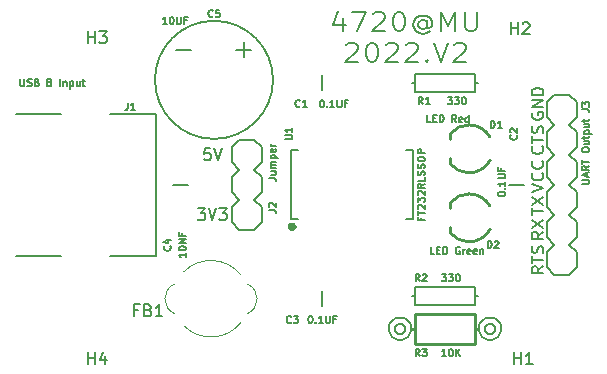
<source format=gbr>
%TF.GenerationSoftware,KiCad,Pcbnew,(6.0.7)*%
%TF.CreationDate,2022-09-29T14:27:19-05:00*%
%TF.ProjectId,usb2uart,75736232-7561-4727-942e-6b696361645f,2.0*%
%TF.SameCoordinates,Original*%
%TF.FileFunction,Legend,Top*%
%TF.FilePolarity,Positive*%
%FSLAX46Y46*%
G04 Gerber Fmt 4.6, Leading zero omitted, Abs format (unit mm)*
G04 Created by KiCad (PCBNEW (6.0.7)) date 2022-09-29 14:27:19*
%MOMM*%
%LPD*%
G01*
G04 APERTURE LIST*
%ADD10C,0.150000*%
%ADD11C,0.127000*%
%ADD12C,0.203200*%
%ADD13C,0.254000*%
%ADD14C,0.120000*%
%ADD15C,0.152400*%
%ADD16C,0.358140*%
G04 APERTURE END LIST*
D10*
X145804000Y-131063904D02*
X145756380Y-131159142D01*
X145756380Y-131302000D01*
X145804000Y-131444857D01*
X145899238Y-131540095D01*
X145994476Y-131587714D01*
X146184952Y-131635333D01*
X146327809Y-131635333D01*
X146518285Y-131587714D01*
X146613523Y-131540095D01*
X146708761Y-131444857D01*
X146756380Y-131302000D01*
X146756380Y-131206761D01*
X146708761Y-131063904D01*
X146661142Y-131016285D01*
X146327809Y-131016285D01*
X146327809Y-131206761D01*
X146756380Y-130587714D02*
X145756380Y-130587714D01*
X146756380Y-130016285D01*
X145756380Y-130016285D01*
X146756380Y-129540095D02*
X145756380Y-129540095D01*
X145756380Y-129302000D01*
X145804000Y-129159142D01*
X145899238Y-129063904D01*
X145994476Y-129016285D01*
X146184952Y-128968666D01*
X146327809Y-128968666D01*
X146518285Y-129016285D01*
X146613523Y-129063904D01*
X146708761Y-129159142D01*
X146756380Y-129302000D01*
X146756380Y-129540095D01*
X146756380Y-144057619D02*
X146280190Y-144390952D01*
X146756380Y-144629047D02*
X145756380Y-144629047D01*
X145756380Y-144248095D01*
X145804000Y-144152857D01*
X145851619Y-144105238D01*
X145946857Y-144057619D01*
X146089714Y-144057619D01*
X146184952Y-144105238D01*
X146232571Y-144152857D01*
X146280190Y-144248095D01*
X146280190Y-144629047D01*
X145756380Y-143771904D02*
X145756380Y-143200476D01*
X146756380Y-143486190D02*
X145756380Y-143486190D01*
X146708761Y-142914761D02*
X146756380Y-142771904D01*
X146756380Y-142533809D01*
X146708761Y-142438571D01*
X146661142Y-142390952D01*
X146565904Y-142343333D01*
X146470666Y-142343333D01*
X146375428Y-142390952D01*
X146327809Y-142438571D01*
X146280190Y-142533809D01*
X146232571Y-142724285D01*
X146184952Y-142819523D01*
X146137333Y-142867142D01*
X146042095Y-142914761D01*
X145946857Y-142914761D01*
X145851619Y-142867142D01*
X145804000Y-142819523D01*
X145756380Y-142724285D01*
X145756380Y-142486190D01*
X145804000Y-142343333D01*
X146661142Y-133897619D02*
X146708761Y-133945238D01*
X146756380Y-134088095D01*
X146756380Y-134183333D01*
X146708761Y-134326190D01*
X146613523Y-134421428D01*
X146518285Y-134469047D01*
X146327809Y-134516666D01*
X146184952Y-134516666D01*
X145994476Y-134469047D01*
X145899238Y-134421428D01*
X145804000Y-134326190D01*
X145756380Y-134183333D01*
X145756380Y-134088095D01*
X145804000Y-133945238D01*
X145851619Y-133897619D01*
X145756380Y-133611904D02*
X145756380Y-133040476D01*
X146756380Y-133326190D02*
X145756380Y-133326190D01*
X146708761Y-132754761D02*
X146756380Y-132611904D01*
X146756380Y-132373809D01*
X146708761Y-132278571D01*
X146661142Y-132230952D01*
X146565904Y-132183333D01*
X146470666Y-132183333D01*
X146375428Y-132230952D01*
X146327809Y-132278571D01*
X146280190Y-132373809D01*
X146232571Y-132564285D01*
X146184952Y-132659523D01*
X146137333Y-132707142D01*
X146042095Y-132754761D01*
X145946857Y-132754761D01*
X145851619Y-132707142D01*
X145804000Y-132659523D01*
X145756380Y-132564285D01*
X145756380Y-132326190D01*
X145804000Y-132183333D01*
X129836333Y-123057049D02*
X129836333Y-124140782D01*
X129413000Y-122437772D02*
X128989666Y-123598915D01*
X130090333Y-123598915D01*
X130598333Y-122515182D02*
X131783666Y-122515182D01*
X131021666Y-124140782D01*
X132376333Y-122670001D02*
X132461000Y-122592592D01*
X132630333Y-122515182D01*
X133053666Y-122515182D01*
X133223000Y-122592592D01*
X133307666Y-122670001D01*
X133392333Y-122824820D01*
X133392333Y-122979639D01*
X133307666Y-123211868D01*
X132291666Y-124140782D01*
X133392333Y-124140782D01*
X134493000Y-122515182D02*
X134662333Y-122515182D01*
X134831666Y-122592592D01*
X134916333Y-122670001D01*
X135001000Y-122824820D01*
X135085666Y-123134458D01*
X135085666Y-123521506D01*
X135001000Y-123831144D01*
X134916333Y-123985963D01*
X134831666Y-124063372D01*
X134662333Y-124140782D01*
X134493000Y-124140782D01*
X134323666Y-124063372D01*
X134239000Y-123985963D01*
X134154333Y-123831144D01*
X134069666Y-123521506D01*
X134069666Y-123134458D01*
X134154333Y-122824820D01*
X134239000Y-122670001D01*
X134323666Y-122592592D01*
X134493000Y-122515182D01*
X136948333Y-123366687D02*
X136863666Y-123289277D01*
X136694333Y-123211868D01*
X136525000Y-123211868D01*
X136355666Y-123289277D01*
X136271000Y-123366687D01*
X136186333Y-123521506D01*
X136186333Y-123676325D01*
X136271000Y-123831144D01*
X136355666Y-123908553D01*
X136525000Y-123985963D01*
X136694333Y-123985963D01*
X136863666Y-123908553D01*
X136948333Y-123831144D01*
X136948333Y-123211868D02*
X136948333Y-123831144D01*
X137033000Y-123908553D01*
X137117666Y-123908553D01*
X137287000Y-123831144D01*
X137371666Y-123676325D01*
X137371666Y-123289277D01*
X137202333Y-123057049D01*
X136948333Y-122902230D01*
X136609666Y-122824820D01*
X136271000Y-122902230D01*
X136017000Y-123057049D01*
X135847666Y-123289277D01*
X135763000Y-123598915D01*
X135847666Y-123908553D01*
X136017000Y-124140782D01*
X136271000Y-124295601D01*
X136609666Y-124373011D01*
X136948333Y-124295601D01*
X137202333Y-124140782D01*
X138133666Y-124140782D02*
X138133666Y-122515182D01*
X138726333Y-123676325D01*
X139319000Y-122515182D01*
X139319000Y-124140782D01*
X140165666Y-122515182D02*
X140165666Y-123831144D01*
X140250333Y-123985963D01*
X140335000Y-124063372D01*
X140504333Y-124140782D01*
X140843000Y-124140782D01*
X141012333Y-124063372D01*
X141097000Y-123985963D01*
X141181666Y-123831144D01*
X141181666Y-122515182D01*
X130048000Y-125287217D02*
X130132666Y-125209808D01*
X130302000Y-125132398D01*
X130725333Y-125132398D01*
X130894666Y-125209808D01*
X130979333Y-125287217D01*
X131064000Y-125442036D01*
X131064000Y-125596855D01*
X130979333Y-125829084D01*
X129963333Y-126757998D01*
X131064000Y-126757998D01*
X132164666Y-125132398D02*
X132334000Y-125132398D01*
X132503333Y-125209808D01*
X132588000Y-125287217D01*
X132672666Y-125442036D01*
X132757333Y-125751674D01*
X132757333Y-126138722D01*
X132672666Y-126448360D01*
X132588000Y-126603179D01*
X132503333Y-126680588D01*
X132334000Y-126757998D01*
X132164666Y-126757998D01*
X131995333Y-126680588D01*
X131910666Y-126603179D01*
X131826000Y-126448360D01*
X131741333Y-126138722D01*
X131741333Y-125751674D01*
X131826000Y-125442036D01*
X131910666Y-125287217D01*
X131995333Y-125209808D01*
X132164666Y-125132398D01*
X133434666Y-125287217D02*
X133519333Y-125209808D01*
X133688666Y-125132398D01*
X134112000Y-125132398D01*
X134281333Y-125209808D01*
X134366000Y-125287217D01*
X134450666Y-125442036D01*
X134450666Y-125596855D01*
X134366000Y-125829084D01*
X133350000Y-126757998D01*
X134450666Y-126757998D01*
X135128000Y-125287217D02*
X135212666Y-125209808D01*
X135382000Y-125132398D01*
X135805333Y-125132398D01*
X135974666Y-125209808D01*
X136059333Y-125287217D01*
X136144000Y-125442036D01*
X136144000Y-125596855D01*
X136059333Y-125829084D01*
X135043333Y-126757998D01*
X136144000Y-126757998D01*
X136906000Y-126603179D02*
X136990666Y-126680588D01*
X136906000Y-126757998D01*
X136821333Y-126680588D01*
X136906000Y-126603179D01*
X136906000Y-126757998D01*
X137498666Y-125132398D02*
X138091333Y-126757998D01*
X138684000Y-125132398D01*
X139192000Y-125287217D02*
X139276666Y-125209808D01*
X139446000Y-125132398D01*
X139869333Y-125132398D01*
X140038666Y-125209808D01*
X140123333Y-125287217D01*
X140208000Y-125442036D01*
X140208000Y-125596855D01*
X140123333Y-125829084D01*
X139107333Y-126757998D01*
X140208000Y-126757998D01*
X118554523Y-134072380D02*
X118078333Y-134072380D01*
X118030714Y-134548571D01*
X118078333Y-134500952D01*
X118173571Y-134453333D01*
X118411666Y-134453333D01*
X118506904Y-134500952D01*
X118554523Y-134548571D01*
X118602142Y-134643809D01*
X118602142Y-134881904D01*
X118554523Y-134977142D01*
X118506904Y-135024761D01*
X118411666Y-135072380D01*
X118173571Y-135072380D01*
X118078333Y-135024761D01*
X118030714Y-134977142D01*
X118887857Y-134072380D02*
X119221190Y-135072380D01*
X119554523Y-134072380D01*
X145756380Y-139699904D02*
X145756380Y-139128476D01*
X146756380Y-139414190D02*
X145756380Y-139414190D01*
X145756380Y-138890380D02*
X146756380Y-138223714D01*
X145756380Y-138223714D02*
X146756380Y-138890380D01*
X146756380Y-141136666D02*
X146280190Y-141470000D01*
X146756380Y-141708095D02*
X145756380Y-141708095D01*
X145756380Y-141327142D01*
X145804000Y-141231904D01*
X145851619Y-141184285D01*
X145946857Y-141136666D01*
X146089714Y-141136666D01*
X146184952Y-141184285D01*
X146232571Y-141231904D01*
X146280190Y-141327142D01*
X146280190Y-141708095D01*
X145756380Y-140803333D02*
X146756380Y-140136666D01*
X145756380Y-140136666D02*
X146756380Y-140803333D01*
X117506904Y-139152380D02*
X118125952Y-139152380D01*
X117792619Y-139533333D01*
X117935476Y-139533333D01*
X118030714Y-139580952D01*
X118078333Y-139628571D01*
X118125952Y-139723809D01*
X118125952Y-139961904D01*
X118078333Y-140057142D01*
X118030714Y-140104761D01*
X117935476Y-140152380D01*
X117649761Y-140152380D01*
X117554523Y-140104761D01*
X117506904Y-140057142D01*
X118411666Y-139152380D02*
X118745000Y-140152380D01*
X119078333Y-139152380D01*
X119316428Y-139152380D02*
X119935476Y-139152380D01*
X119602142Y-139533333D01*
X119745000Y-139533333D01*
X119840238Y-139580952D01*
X119887857Y-139628571D01*
X119935476Y-139723809D01*
X119935476Y-139961904D01*
X119887857Y-140057142D01*
X119840238Y-140104761D01*
X119745000Y-140152380D01*
X119459285Y-140152380D01*
X119364047Y-140104761D01*
X119316428Y-140057142D01*
X145756380Y-137731333D02*
X146756380Y-137398000D01*
X145756380Y-137064666D01*
X146661142Y-136159904D02*
X146708761Y-136207523D01*
X146756380Y-136350380D01*
X146756380Y-136445619D01*
X146708761Y-136588476D01*
X146613523Y-136683714D01*
X146518285Y-136731333D01*
X146327809Y-136778952D01*
X146184952Y-136778952D01*
X145994476Y-136731333D01*
X145899238Y-136683714D01*
X145804000Y-136588476D01*
X145756380Y-136445619D01*
X145756380Y-136350380D01*
X145804000Y-136207523D01*
X145851619Y-136159904D01*
X146661142Y-135159904D02*
X146708761Y-135207523D01*
X146756380Y-135350380D01*
X146756380Y-135445619D01*
X146708761Y-135588476D01*
X146613523Y-135683714D01*
X146518285Y-135731333D01*
X146327809Y-135778952D01*
X146184952Y-135778952D01*
X145994476Y-135731333D01*
X145899238Y-135683714D01*
X145804000Y-135588476D01*
X145756380Y-135445619D01*
X145756380Y-135350380D01*
X145804000Y-135207523D01*
X145851619Y-135159904D01*
D11*
%TO.C,C3*%
X125415040Y-148807714D02*
X125386011Y-148836742D01*
X125298925Y-148865771D01*
X125240868Y-148865771D01*
X125153782Y-148836742D01*
X125095725Y-148778685D01*
X125066697Y-148720628D01*
X125037668Y-148604514D01*
X125037668Y-148517428D01*
X125066697Y-148401314D01*
X125095725Y-148343257D01*
X125153782Y-148285200D01*
X125240868Y-148256171D01*
X125298925Y-148256171D01*
X125386011Y-148285200D01*
X125415040Y-148314228D01*
X125618240Y-148256171D02*
X125995611Y-148256171D01*
X125792411Y-148488400D01*
X125879497Y-148488400D01*
X125937554Y-148517428D01*
X125966582Y-148546457D01*
X125995611Y-148604514D01*
X125995611Y-148749657D01*
X125966582Y-148807714D01*
X125937554Y-148836742D01*
X125879497Y-148865771D01*
X125705325Y-148865771D01*
X125647268Y-148836742D01*
X125618240Y-148807714D01*
X127011611Y-148256171D02*
X127069668Y-148256171D01*
X127127725Y-148285200D01*
X127156754Y-148314228D01*
X127185782Y-148372285D01*
X127214811Y-148488400D01*
X127214811Y-148633542D01*
X127185782Y-148749657D01*
X127156754Y-148807714D01*
X127127725Y-148836742D01*
X127069668Y-148865771D01*
X127011611Y-148865771D01*
X126953554Y-148836742D01*
X126924525Y-148807714D01*
X126895497Y-148749657D01*
X126866468Y-148633542D01*
X126866468Y-148488400D01*
X126895497Y-148372285D01*
X126924525Y-148314228D01*
X126953554Y-148285200D01*
X127011611Y-148256171D01*
X127476068Y-148807714D02*
X127505097Y-148836742D01*
X127476068Y-148865771D01*
X127447040Y-148836742D01*
X127476068Y-148807714D01*
X127476068Y-148865771D01*
X128085668Y-148865771D02*
X127737325Y-148865771D01*
X127911497Y-148865771D02*
X127911497Y-148256171D01*
X127853440Y-148343257D01*
X127795382Y-148401314D01*
X127737325Y-148430342D01*
X128346925Y-148256171D02*
X128346925Y-148749657D01*
X128375954Y-148807714D01*
X128404982Y-148836742D01*
X128463040Y-148865771D01*
X128579154Y-148865771D01*
X128637211Y-148836742D01*
X128666240Y-148807714D01*
X128695268Y-148749657D01*
X128695268Y-148256171D01*
X129188754Y-148546457D02*
X128985554Y-148546457D01*
X128985554Y-148865771D02*
X128985554Y-148256171D01*
X129275840Y-148256171D01*
D10*
%TO.C,H1*%
X144272095Y-152344380D02*
X144272095Y-151344380D01*
X144272095Y-151820571D02*
X144843523Y-151820571D01*
X144843523Y-152344380D02*
X144843523Y-151344380D01*
X145843523Y-152344380D02*
X145272095Y-152344380D01*
X145557809Y-152344380D02*
X145557809Y-151344380D01*
X145462571Y-151487238D01*
X145367333Y-151582476D01*
X145272095Y-151630095D01*
D11*
%TO.C,C4*%
X115152714Y-142341600D02*
X115181742Y-142370628D01*
X115210771Y-142457714D01*
X115210771Y-142515771D01*
X115181742Y-142602857D01*
X115123685Y-142660914D01*
X115065628Y-142689942D01*
X114949514Y-142718971D01*
X114862428Y-142718971D01*
X114746314Y-142689942D01*
X114688257Y-142660914D01*
X114630200Y-142602857D01*
X114601171Y-142515771D01*
X114601171Y-142457714D01*
X114630200Y-142370628D01*
X114659228Y-142341600D01*
X114804371Y-141819085D02*
X115210771Y-141819085D01*
X114572142Y-141964228D02*
X115007571Y-142109371D01*
X115007571Y-141732000D01*
X116480771Y-142936685D02*
X116480771Y-143285028D01*
X116480771Y-143110857D02*
X115871171Y-143110857D01*
X115958257Y-143168914D01*
X116016314Y-143226971D01*
X116045342Y-143285028D01*
X115871171Y-142559314D02*
X115871171Y-142501257D01*
X115900200Y-142443200D01*
X115929228Y-142414171D01*
X115987285Y-142385142D01*
X116103400Y-142356114D01*
X116248542Y-142356114D01*
X116364657Y-142385142D01*
X116422714Y-142414171D01*
X116451742Y-142443200D01*
X116480771Y-142501257D01*
X116480771Y-142559314D01*
X116451742Y-142617371D01*
X116422714Y-142646400D01*
X116364657Y-142675428D01*
X116248542Y-142704457D01*
X116103400Y-142704457D01*
X115987285Y-142675428D01*
X115929228Y-142646400D01*
X115900200Y-142617371D01*
X115871171Y-142559314D01*
X116480771Y-142094857D02*
X115871171Y-142094857D01*
X116480771Y-141746514D01*
X115871171Y-141746514D01*
X116161457Y-141253028D02*
X116161457Y-141456228D01*
X116480771Y-141456228D02*
X115871171Y-141456228D01*
X115871171Y-141165942D01*
%TO.C,C1*%
X126136400Y-130519714D02*
X126107371Y-130548742D01*
X126020285Y-130577771D01*
X125962228Y-130577771D01*
X125875142Y-130548742D01*
X125817085Y-130490685D01*
X125788057Y-130432628D01*
X125759028Y-130316514D01*
X125759028Y-130229428D01*
X125788057Y-130113314D01*
X125817085Y-130055257D01*
X125875142Y-129997200D01*
X125962228Y-129968171D01*
X126020285Y-129968171D01*
X126107371Y-129997200D01*
X126136400Y-130026228D01*
X126716971Y-130577771D02*
X126368628Y-130577771D01*
X126542800Y-130577771D02*
X126542800Y-129968171D01*
X126484742Y-130055257D01*
X126426685Y-130113314D01*
X126368628Y-130142342D01*
X127986971Y-129968171D02*
X128045028Y-129968171D01*
X128103085Y-129997200D01*
X128132114Y-130026228D01*
X128161142Y-130084285D01*
X128190171Y-130200400D01*
X128190171Y-130345542D01*
X128161142Y-130461657D01*
X128132114Y-130519714D01*
X128103085Y-130548742D01*
X128045028Y-130577771D01*
X127986971Y-130577771D01*
X127928914Y-130548742D01*
X127899885Y-130519714D01*
X127870857Y-130461657D01*
X127841828Y-130345542D01*
X127841828Y-130200400D01*
X127870857Y-130084285D01*
X127899885Y-130026228D01*
X127928914Y-129997200D01*
X127986971Y-129968171D01*
X128451428Y-130519714D02*
X128480457Y-130548742D01*
X128451428Y-130577771D01*
X128422400Y-130548742D01*
X128451428Y-130519714D01*
X128451428Y-130577771D01*
X129061028Y-130577771D02*
X128712685Y-130577771D01*
X128886857Y-130577771D02*
X128886857Y-129968171D01*
X128828800Y-130055257D01*
X128770742Y-130113314D01*
X128712685Y-130142342D01*
X129322285Y-129968171D02*
X129322285Y-130461657D01*
X129351314Y-130519714D01*
X129380342Y-130548742D01*
X129438400Y-130577771D01*
X129554514Y-130577771D01*
X129612571Y-130548742D01*
X129641600Y-130519714D01*
X129670628Y-130461657D01*
X129670628Y-129968171D01*
X130164114Y-130258457D02*
X129960914Y-130258457D01*
X129960914Y-130577771D02*
X129960914Y-129968171D01*
X130251200Y-129968171D01*
D10*
%TO.C,H4*%
X108204095Y-152344380D02*
X108204095Y-151344380D01*
X108204095Y-151820571D02*
X108775523Y-151820571D01*
X108775523Y-152344380D02*
X108775523Y-151344380D01*
X109680285Y-151677714D02*
X109680285Y-152344380D01*
X109442190Y-151296761D02*
X109204095Y-152011047D01*
X109823142Y-152011047D01*
D11*
%TO.C,J1*%
X111556800Y-130222171D02*
X111556800Y-130657600D01*
X111527771Y-130744685D01*
X111469714Y-130802742D01*
X111382628Y-130831771D01*
X111324571Y-130831771D01*
X112166400Y-130831771D02*
X111818057Y-130831771D01*
X111992228Y-130831771D02*
X111992228Y-130222171D01*
X111934171Y-130309257D01*
X111876114Y-130367314D01*
X111818057Y-130396342D01*
X102470857Y-128190171D02*
X102470857Y-128683657D01*
X102499885Y-128741714D01*
X102528914Y-128770742D01*
X102586971Y-128799771D01*
X102703085Y-128799771D01*
X102761142Y-128770742D01*
X102790171Y-128741714D01*
X102819200Y-128683657D01*
X102819200Y-128190171D01*
X103080457Y-128770742D02*
X103167542Y-128799771D01*
X103312685Y-128799771D01*
X103370742Y-128770742D01*
X103399771Y-128741714D01*
X103428800Y-128683657D01*
X103428800Y-128625600D01*
X103399771Y-128567542D01*
X103370742Y-128538514D01*
X103312685Y-128509485D01*
X103196571Y-128480457D01*
X103138514Y-128451428D01*
X103109485Y-128422400D01*
X103080457Y-128364342D01*
X103080457Y-128306285D01*
X103109485Y-128248228D01*
X103138514Y-128219200D01*
X103196571Y-128190171D01*
X103341714Y-128190171D01*
X103428800Y-128219200D01*
X103893257Y-128480457D02*
X103980342Y-128509485D01*
X104009371Y-128538514D01*
X104038400Y-128596571D01*
X104038400Y-128683657D01*
X104009371Y-128741714D01*
X103980342Y-128770742D01*
X103922285Y-128799771D01*
X103690057Y-128799771D01*
X103690057Y-128190171D01*
X103893257Y-128190171D01*
X103951314Y-128219200D01*
X103980342Y-128248228D01*
X104009371Y-128306285D01*
X104009371Y-128364342D01*
X103980342Y-128422400D01*
X103951314Y-128451428D01*
X103893257Y-128480457D01*
X103690057Y-128480457D01*
X104967314Y-128480457D02*
X105054400Y-128509485D01*
X105083428Y-128538514D01*
X105112457Y-128596571D01*
X105112457Y-128683657D01*
X105083428Y-128741714D01*
X105054400Y-128770742D01*
X104996342Y-128799771D01*
X104764114Y-128799771D01*
X104764114Y-128190171D01*
X104967314Y-128190171D01*
X105025371Y-128219200D01*
X105054400Y-128248228D01*
X105083428Y-128306285D01*
X105083428Y-128364342D01*
X105054400Y-128422400D01*
X105025371Y-128451428D01*
X104967314Y-128480457D01*
X104764114Y-128480457D01*
X105838171Y-128799771D02*
X105838171Y-128190171D01*
X106128457Y-128393371D02*
X106128457Y-128799771D01*
X106128457Y-128451428D02*
X106157485Y-128422400D01*
X106215542Y-128393371D01*
X106302628Y-128393371D01*
X106360685Y-128422400D01*
X106389714Y-128480457D01*
X106389714Y-128799771D01*
X106680000Y-128393371D02*
X106680000Y-129002971D01*
X106680000Y-128422400D02*
X106738057Y-128393371D01*
X106854171Y-128393371D01*
X106912228Y-128422400D01*
X106941257Y-128451428D01*
X106970285Y-128509485D01*
X106970285Y-128683657D01*
X106941257Y-128741714D01*
X106912228Y-128770742D01*
X106854171Y-128799771D01*
X106738057Y-128799771D01*
X106680000Y-128770742D01*
X107492800Y-128393371D02*
X107492800Y-128799771D01*
X107231542Y-128393371D02*
X107231542Y-128712685D01*
X107260571Y-128770742D01*
X107318628Y-128799771D01*
X107405714Y-128799771D01*
X107463771Y-128770742D01*
X107492800Y-128741714D01*
X107696000Y-128393371D02*
X107928228Y-128393371D01*
X107783085Y-128190171D02*
X107783085Y-128712685D01*
X107812114Y-128770742D01*
X107870171Y-128799771D01*
X107928228Y-128799771D01*
%TO.C,J3*%
X150034171Y-130759200D02*
X150469600Y-130759200D01*
X150556685Y-130788228D01*
X150614742Y-130846285D01*
X150643771Y-130933371D01*
X150643771Y-130991428D01*
X150034171Y-130526971D02*
X150034171Y-130149600D01*
X150266400Y-130352800D01*
X150266400Y-130265714D01*
X150295428Y-130207657D01*
X150324457Y-130178628D01*
X150382514Y-130149600D01*
X150527657Y-130149600D01*
X150585714Y-130178628D01*
X150614742Y-130207657D01*
X150643771Y-130265714D01*
X150643771Y-130439885D01*
X150614742Y-130497942D01*
X150585714Y-130526971D01*
X150034171Y-137065657D02*
X150527657Y-137065657D01*
X150585714Y-137036628D01*
X150614742Y-137007600D01*
X150643771Y-136949542D01*
X150643771Y-136833428D01*
X150614742Y-136775371D01*
X150585714Y-136746342D01*
X150527657Y-136717314D01*
X150034171Y-136717314D01*
X150469600Y-136456057D02*
X150469600Y-136165771D01*
X150643771Y-136514114D02*
X150034171Y-136310914D01*
X150643771Y-136107714D01*
X150643771Y-135556171D02*
X150353485Y-135759371D01*
X150643771Y-135904514D02*
X150034171Y-135904514D01*
X150034171Y-135672285D01*
X150063200Y-135614228D01*
X150092228Y-135585200D01*
X150150285Y-135556171D01*
X150237371Y-135556171D01*
X150295428Y-135585200D01*
X150324457Y-135614228D01*
X150353485Y-135672285D01*
X150353485Y-135904514D01*
X150034171Y-135382000D02*
X150034171Y-135033657D01*
X150643771Y-135207828D02*
X150034171Y-135207828D01*
X150034171Y-134249885D02*
X150034171Y-134133771D01*
X150063200Y-134075714D01*
X150121257Y-134017657D01*
X150237371Y-133988628D01*
X150440571Y-133988628D01*
X150556685Y-134017657D01*
X150614742Y-134075714D01*
X150643771Y-134133771D01*
X150643771Y-134249885D01*
X150614742Y-134307942D01*
X150556685Y-134366000D01*
X150440571Y-134395028D01*
X150237371Y-134395028D01*
X150121257Y-134366000D01*
X150063200Y-134307942D01*
X150034171Y-134249885D01*
X150237371Y-133466114D02*
X150643771Y-133466114D01*
X150237371Y-133727371D02*
X150556685Y-133727371D01*
X150614742Y-133698342D01*
X150643771Y-133640285D01*
X150643771Y-133553200D01*
X150614742Y-133495142D01*
X150585714Y-133466114D01*
X150237371Y-133262914D02*
X150237371Y-133030685D01*
X150034171Y-133175828D02*
X150556685Y-133175828D01*
X150614742Y-133146800D01*
X150643771Y-133088742D01*
X150643771Y-133030685D01*
X150237371Y-132827485D02*
X150846971Y-132827485D01*
X150266400Y-132827485D02*
X150237371Y-132769428D01*
X150237371Y-132653314D01*
X150266400Y-132595257D01*
X150295428Y-132566228D01*
X150353485Y-132537200D01*
X150527657Y-132537200D01*
X150585714Y-132566228D01*
X150614742Y-132595257D01*
X150643771Y-132653314D01*
X150643771Y-132769428D01*
X150614742Y-132827485D01*
X150237371Y-132014685D02*
X150643771Y-132014685D01*
X150237371Y-132275942D02*
X150556685Y-132275942D01*
X150614742Y-132246914D01*
X150643771Y-132188857D01*
X150643771Y-132101771D01*
X150614742Y-132043714D01*
X150585714Y-132014685D01*
X150237371Y-131811485D02*
X150237371Y-131579257D01*
X150034171Y-131724400D02*
X150556685Y-131724400D01*
X150614742Y-131695371D01*
X150643771Y-131637314D01*
X150643771Y-131579257D01*
%TO.C,R1*%
X136550400Y-130323771D02*
X136347200Y-130033485D01*
X136202057Y-130323771D02*
X136202057Y-129714171D01*
X136434285Y-129714171D01*
X136492342Y-129743200D01*
X136521371Y-129772228D01*
X136550400Y-129830285D01*
X136550400Y-129917371D01*
X136521371Y-129975428D01*
X136492342Y-130004457D01*
X136434285Y-130033485D01*
X136202057Y-130033485D01*
X137130971Y-130323771D02*
X136782628Y-130323771D01*
X136956800Y-130323771D02*
X136956800Y-129714171D01*
X136898742Y-129801257D01*
X136840685Y-129859314D01*
X136782628Y-129888342D01*
X138662228Y-129714171D02*
X139039600Y-129714171D01*
X138836400Y-129946400D01*
X138923485Y-129946400D01*
X138981542Y-129975428D01*
X139010571Y-130004457D01*
X139039600Y-130062514D01*
X139039600Y-130207657D01*
X139010571Y-130265714D01*
X138981542Y-130294742D01*
X138923485Y-130323771D01*
X138749314Y-130323771D01*
X138691257Y-130294742D01*
X138662228Y-130265714D01*
X139242800Y-129714171D02*
X139620171Y-129714171D01*
X139416971Y-129946400D01*
X139504057Y-129946400D01*
X139562114Y-129975428D01*
X139591142Y-130004457D01*
X139620171Y-130062514D01*
X139620171Y-130207657D01*
X139591142Y-130265714D01*
X139562114Y-130294742D01*
X139504057Y-130323771D01*
X139329885Y-130323771D01*
X139271828Y-130294742D01*
X139242800Y-130265714D01*
X139997542Y-129714171D02*
X140055600Y-129714171D01*
X140113657Y-129743200D01*
X140142685Y-129772228D01*
X140171714Y-129830285D01*
X140200742Y-129946400D01*
X140200742Y-130091542D01*
X140171714Y-130207657D01*
X140142685Y-130265714D01*
X140113657Y-130294742D01*
X140055600Y-130323771D01*
X139997542Y-130323771D01*
X139939485Y-130294742D01*
X139910457Y-130265714D01*
X139881428Y-130207657D01*
X139852400Y-130091542D01*
X139852400Y-129946400D01*
X139881428Y-129830285D01*
X139910457Y-129772228D01*
X139939485Y-129743200D01*
X139997542Y-129714171D01*
%TO.C,R3*%
X136296400Y-151659771D02*
X136093200Y-151369485D01*
X135948057Y-151659771D02*
X135948057Y-151050171D01*
X136180285Y-151050171D01*
X136238342Y-151079200D01*
X136267371Y-151108228D01*
X136296400Y-151166285D01*
X136296400Y-151253371D01*
X136267371Y-151311428D01*
X136238342Y-151340457D01*
X136180285Y-151369485D01*
X135948057Y-151369485D01*
X136499600Y-151050171D02*
X136876971Y-151050171D01*
X136673771Y-151282400D01*
X136760857Y-151282400D01*
X136818914Y-151311428D01*
X136847942Y-151340457D01*
X136876971Y-151398514D01*
X136876971Y-151543657D01*
X136847942Y-151601714D01*
X136818914Y-151630742D01*
X136760857Y-151659771D01*
X136586685Y-151659771D01*
X136528628Y-151630742D01*
X136499600Y-151601714D01*
X138517085Y-151659771D02*
X138168742Y-151659771D01*
X138342914Y-151659771D02*
X138342914Y-151050171D01*
X138284857Y-151137257D01*
X138226800Y-151195314D01*
X138168742Y-151224342D01*
X138894457Y-151050171D02*
X138952514Y-151050171D01*
X139010571Y-151079200D01*
X139039600Y-151108228D01*
X139068628Y-151166285D01*
X139097657Y-151282400D01*
X139097657Y-151427542D01*
X139068628Y-151543657D01*
X139039600Y-151601714D01*
X139010571Y-151630742D01*
X138952514Y-151659771D01*
X138894457Y-151659771D01*
X138836400Y-151630742D01*
X138807371Y-151601714D01*
X138778342Y-151543657D01*
X138749314Y-151427542D01*
X138749314Y-151282400D01*
X138778342Y-151166285D01*
X138807371Y-151108228D01*
X138836400Y-151079200D01*
X138894457Y-151050171D01*
X139358914Y-151659771D02*
X139358914Y-151050171D01*
X139707257Y-151659771D02*
X139446000Y-151311428D01*
X139707257Y-151050171D02*
X139358914Y-151398514D01*
D10*
%TO.C,FB1*%
X112450666Y-147756571D02*
X112117333Y-147756571D01*
X112117333Y-148280380D02*
X112117333Y-147280380D01*
X112593523Y-147280380D01*
X113307809Y-147756571D02*
X113450666Y-147804190D01*
X113498285Y-147851809D01*
X113545904Y-147947047D01*
X113545904Y-148089904D01*
X113498285Y-148185142D01*
X113450666Y-148232761D01*
X113355428Y-148280380D01*
X112974476Y-148280380D01*
X112974476Y-147280380D01*
X113307809Y-147280380D01*
X113403047Y-147328000D01*
X113450666Y-147375619D01*
X113498285Y-147470857D01*
X113498285Y-147566095D01*
X113450666Y-147661333D01*
X113403047Y-147708952D01*
X113307809Y-147756571D01*
X112974476Y-147756571D01*
X114498285Y-148280380D02*
X113926857Y-148280380D01*
X114212571Y-148280380D02*
X114212571Y-147280380D01*
X114117333Y-147423238D01*
X114022095Y-147518476D01*
X113926857Y-147566095D01*
%TO.C,H2*%
X144018095Y-124404380D02*
X144018095Y-123404380D01*
X144018095Y-123880571D02*
X144589523Y-123880571D01*
X144589523Y-124404380D02*
X144589523Y-123404380D01*
X145018095Y-123499619D02*
X145065714Y-123452000D01*
X145160952Y-123404380D01*
X145399047Y-123404380D01*
X145494285Y-123452000D01*
X145541904Y-123499619D01*
X145589523Y-123594857D01*
X145589523Y-123690095D01*
X145541904Y-123832952D01*
X144970476Y-124404380D01*
X145589523Y-124404380D01*
D11*
%TO.C,D2*%
X142044057Y-142515771D02*
X142044057Y-141906171D01*
X142189200Y-141906171D01*
X142276285Y-141935200D01*
X142334342Y-141993257D01*
X142363371Y-142051314D01*
X142392400Y-142167428D01*
X142392400Y-142254514D01*
X142363371Y-142370628D01*
X142334342Y-142428685D01*
X142276285Y-142486742D01*
X142189200Y-142515771D01*
X142044057Y-142515771D01*
X142624628Y-141964228D02*
X142653657Y-141935200D01*
X142711714Y-141906171D01*
X142856857Y-141906171D01*
X142914914Y-141935200D01*
X142943942Y-141964228D01*
X142972971Y-142022285D01*
X142972971Y-142080342D01*
X142943942Y-142167428D01*
X142595600Y-142515771D01*
X142972971Y-142515771D01*
X137530114Y-143023771D02*
X137239828Y-143023771D01*
X137239828Y-142414171D01*
X137733314Y-142704457D02*
X137936514Y-142704457D01*
X138023600Y-143023771D02*
X137733314Y-143023771D01*
X137733314Y-142414171D01*
X138023600Y-142414171D01*
X138284857Y-143023771D02*
X138284857Y-142414171D01*
X138430000Y-142414171D01*
X138517085Y-142443200D01*
X138575142Y-142501257D01*
X138604171Y-142559314D01*
X138633200Y-142675428D01*
X138633200Y-142762514D01*
X138604171Y-142878628D01*
X138575142Y-142936685D01*
X138517085Y-142994742D01*
X138430000Y-143023771D01*
X138284857Y-143023771D01*
X139678228Y-142443200D02*
X139620171Y-142414171D01*
X139533085Y-142414171D01*
X139446000Y-142443200D01*
X139387942Y-142501257D01*
X139358914Y-142559314D01*
X139329885Y-142675428D01*
X139329885Y-142762514D01*
X139358914Y-142878628D01*
X139387942Y-142936685D01*
X139446000Y-142994742D01*
X139533085Y-143023771D01*
X139591142Y-143023771D01*
X139678228Y-142994742D01*
X139707257Y-142965714D01*
X139707257Y-142762514D01*
X139591142Y-142762514D01*
X139968514Y-143023771D02*
X139968514Y-142617371D01*
X139968514Y-142733485D02*
X139997542Y-142675428D01*
X140026571Y-142646400D01*
X140084628Y-142617371D01*
X140142685Y-142617371D01*
X140578114Y-142994742D02*
X140520057Y-143023771D01*
X140403942Y-143023771D01*
X140345885Y-142994742D01*
X140316857Y-142936685D01*
X140316857Y-142704457D01*
X140345885Y-142646400D01*
X140403942Y-142617371D01*
X140520057Y-142617371D01*
X140578114Y-142646400D01*
X140607142Y-142704457D01*
X140607142Y-142762514D01*
X140316857Y-142820571D01*
X141100628Y-142994742D02*
X141042571Y-143023771D01*
X140926457Y-143023771D01*
X140868400Y-142994742D01*
X140839371Y-142936685D01*
X140839371Y-142704457D01*
X140868400Y-142646400D01*
X140926457Y-142617371D01*
X141042571Y-142617371D01*
X141100628Y-142646400D01*
X141129657Y-142704457D01*
X141129657Y-142762514D01*
X140839371Y-142820571D01*
X141390914Y-142617371D02*
X141390914Y-143023771D01*
X141390914Y-142675428D02*
X141419942Y-142646400D01*
X141478000Y-142617371D01*
X141565085Y-142617371D01*
X141623142Y-142646400D01*
X141652171Y-142704457D01*
X141652171Y-143023771D01*
%TO.C,U1*%
X124888171Y-133306457D02*
X125381657Y-133306457D01*
X125439714Y-133277428D01*
X125468742Y-133248400D01*
X125497771Y-133190342D01*
X125497771Y-133074228D01*
X125468742Y-133016171D01*
X125439714Y-132987142D01*
X125381657Y-132958114D01*
X124888171Y-132958114D01*
X125497771Y-132348514D02*
X125497771Y-132696857D01*
X125497771Y-132522685D02*
X124888171Y-132522685D01*
X124975257Y-132580742D01*
X125033314Y-132638800D01*
X125062342Y-132696857D01*
X136397637Y-139932228D02*
X136397637Y-140135428D01*
X136716951Y-140135428D02*
X136107351Y-140135428D01*
X136107351Y-139845142D01*
X136107351Y-139700000D02*
X136107351Y-139351657D01*
X136716951Y-139525828D02*
X136107351Y-139525828D01*
X136165408Y-139177485D02*
X136136380Y-139148457D01*
X136107351Y-139090400D01*
X136107351Y-138945257D01*
X136136380Y-138887200D01*
X136165408Y-138858171D01*
X136223465Y-138829142D01*
X136281522Y-138829142D01*
X136368608Y-138858171D01*
X136716951Y-139206514D01*
X136716951Y-138829142D01*
X136107351Y-138625942D02*
X136107351Y-138248571D01*
X136339580Y-138451771D01*
X136339580Y-138364685D01*
X136368608Y-138306628D01*
X136397637Y-138277600D01*
X136455694Y-138248571D01*
X136600837Y-138248571D01*
X136658894Y-138277600D01*
X136687922Y-138306628D01*
X136716951Y-138364685D01*
X136716951Y-138538857D01*
X136687922Y-138596914D01*
X136658894Y-138625942D01*
X136165408Y-138016342D02*
X136136380Y-137987314D01*
X136107351Y-137929257D01*
X136107351Y-137784114D01*
X136136380Y-137726057D01*
X136165408Y-137697028D01*
X136223465Y-137668000D01*
X136281522Y-137668000D01*
X136368608Y-137697028D01*
X136716951Y-138045371D01*
X136716951Y-137668000D01*
X136716951Y-137058400D02*
X136426665Y-137261600D01*
X136716951Y-137406742D02*
X136107351Y-137406742D01*
X136107351Y-137174514D01*
X136136380Y-137116457D01*
X136165408Y-137087428D01*
X136223465Y-137058400D01*
X136310551Y-137058400D01*
X136368608Y-137087428D01*
X136397637Y-137116457D01*
X136426665Y-137174514D01*
X136426665Y-137406742D01*
X136716951Y-136506857D02*
X136716951Y-136797142D01*
X136107351Y-136797142D01*
X136687922Y-136332685D02*
X136716951Y-136245600D01*
X136716951Y-136100457D01*
X136687922Y-136042400D01*
X136658894Y-136013371D01*
X136600837Y-135984342D01*
X136542780Y-135984342D01*
X136484722Y-136013371D01*
X136455694Y-136042400D01*
X136426665Y-136100457D01*
X136397637Y-136216571D01*
X136368608Y-136274628D01*
X136339580Y-136303657D01*
X136281522Y-136332685D01*
X136223465Y-136332685D01*
X136165408Y-136303657D01*
X136136380Y-136274628D01*
X136107351Y-136216571D01*
X136107351Y-136071428D01*
X136136380Y-135984342D01*
X136687922Y-135752114D02*
X136716951Y-135665028D01*
X136716951Y-135519885D01*
X136687922Y-135461828D01*
X136658894Y-135432800D01*
X136600837Y-135403771D01*
X136542780Y-135403771D01*
X136484722Y-135432800D01*
X136455694Y-135461828D01*
X136426665Y-135519885D01*
X136397637Y-135636000D01*
X136368608Y-135694057D01*
X136339580Y-135723085D01*
X136281522Y-135752114D01*
X136223465Y-135752114D01*
X136165408Y-135723085D01*
X136136380Y-135694057D01*
X136107351Y-135636000D01*
X136107351Y-135490857D01*
X136136380Y-135403771D01*
X136107351Y-135026400D02*
X136107351Y-134910285D01*
X136136380Y-134852228D01*
X136194437Y-134794171D01*
X136310551Y-134765142D01*
X136513751Y-134765142D01*
X136629865Y-134794171D01*
X136687922Y-134852228D01*
X136716951Y-134910285D01*
X136716951Y-135026400D01*
X136687922Y-135084457D01*
X136629865Y-135142514D01*
X136513751Y-135171542D01*
X136310551Y-135171542D01*
X136194437Y-135142514D01*
X136136380Y-135084457D01*
X136107351Y-135026400D01*
X136716951Y-134503885D02*
X136107351Y-134503885D01*
X136107351Y-134271657D01*
X136136380Y-134213600D01*
X136165408Y-134184571D01*
X136223465Y-134155542D01*
X136310551Y-134155542D01*
X136368608Y-134184571D01*
X136397637Y-134213600D01*
X136426665Y-134271657D01*
X136426665Y-134503885D01*
%TO.C,C2*%
X144489714Y-132943600D02*
X144518742Y-132972628D01*
X144547771Y-133059714D01*
X144547771Y-133117771D01*
X144518742Y-133204857D01*
X144460685Y-133262914D01*
X144402628Y-133291942D01*
X144286514Y-133320971D01*
X144199428Y-133320971D01*
X144083314Y-133291942D01*
X144025257Y-133262914D01*
X143967200Y-133204857D01*
X143938171Y-133117771D01*
X143938171Y-133059714D01*
X143967200Y-132972628D01*
X143996228Y-132943600D01*
X143996228Y-132711371D02*
X143967200Y-132682342D01*
X143938171Y-132624285D01*
X143938171Y-132479142D01*
X143967200Y-132421085D01*
X143996228Y-132392057D01*
X144054285Y-132363028D01*
X144112342Y-132363028D01*
X144199428Y-132392057D01*
X144547771Y-132740400D01*
X144547771Y-132363028D01*
X142922171Y-137951028D02*
X142922171Y-137892971D01*
X142951200Y-137834914D01*
X142980228Y-137805885D01*
X143038285Y-137776857D01*
X143154400Y-137747828D01*
X143299542Y-137747828D01*
X143415657Y-137776857D01*
X143473714Y-137805885D01*
X143502742Y-137834914D01*
X143531771Y-137892971D01*
X143531771Y-137951028D01*
X143502742Y-138009085D01*
X143473714Y-138038114D01*
X143415657Y-138067142D01*
X143299542Y-138096171D01*
X143154400Y-138096171D01*
X143038285Y-138067142D01*
X142980228Y-138038114D01*
X142951200Y-138009085D01*
X142922171Y-137951028D01*
X143473714Y-137486571D02*
X143502742Y-137457542D01*
X143531771Y-137486571D01*
X143502742Y-137515600D01*
X143473714Y-137486571D01*
X143531771Y-137486571D01*
X143531771Y-136876971D02*
X143531771Y-137225314D01*
X143531771Y-137051142D02*
X142922171Y-137051142D01*
X143009257Y-137109200D01*
X143067314Y-137167257D01*
X143096342Y-137225314D01*
X142922171Y-136615714D02*
X143415657Y-136615714D01*
X143473714Y-136586685D01*
X143502742Y-136557657D01*
X143531771Y-136499600D01*
X143531771Y-136383485D01*
X143502742Y-136325428D01*
X143473714Y-136296400D01*
X143415657Y-136267371D01*
X142922171Y-136267371D01*
X143212457Y-135773885D02*
X143212457Y-135977085D01*
X143531771Y-135977085D02*
X142922171Y-135977085D01*
X142922171Y-135686800D01*
%TO.C,J2*%
X123491171Y-139268200D02*
X123926600Y-139268200D01*
X124013685Y-139297228D01*
X124071742Y-139355285D01*
X124100771Y-139442371D01*
X124100771Y-139500428D01*
X123549228Y-139006942D02*
X123520200Y-138977914D01*
X123491171Y-138919857D01*
X123491171Y-138774714D01*
X123520200Y-138716657D01*
X123549228Y-138687628D01*
X123607285Y-138658600D01*
X123665342Y-138658600D01*
X123752428Y-138687628D01*
X124100771Y-139035971D01*
X124100771Y-138658600D01*
X123491171Y-136575800D02*
X123926600Y-136575800D01*
X124013685Y-136604828D01*
X124071742Y-136662885D01*
X124100771Y-136749971D01*
X124100771Y-136808028D01*
X123694371Y-136024257D02*
X124100771Y-136024257D01*
X123694371Y-136285514D02*
X124013685Y-136285514D01*
X124071742Y-136256485D01*
X124100771Y-136198428D01*
X124100771Y-136111342D01*
X124071742Y-136053285D01*
X124042714Y-136024257D01*
X124100771Y-135733971D02*
X123694371Y-135733971D01*
X123752428Y-135733971D02*
X123723400Y-135704942D01*
X123694371Y-135646885D01*
X123694371Y-135559800D01*
X123723400Y-135501742D01*
X123781457Y-135472714D01*
X124100771Y-135472714D01*
X123781457Y-135472714D02*
X123723400Y-135443685D01*
X123694371Y-135385628D01*
X123694371Y-135298542D01*
X123723400Y-135240485D01*
X123781457Y-135211457D01*
X124100771Y-135211457D01*
X123694371Y-134921171D02*
X124303971Y-134921171D01*
X123723400Y-134921171D02*
X123694371Y-134863114D01*
X123694371Y-134747000D01*
X123723400Y-134688942D01*
X123752428Y-134659914D01*
X123810485Y-134630885D01*
X123984657Y-134630885D01*
X124042714Y-134659914D01*
X124071742Y-134688942D01*
X124100771Y-134747000D01*
X124100771Y-134863114D01*
X124071742Y-134921171D01*
X124071742Y-134137400D02*
X124100771Y-134195457D01*
X124100771Y-134311571D01*
X124071742Y-134369628D01*
X124013685Y-134398657D01*
X123781457Y-134398657D01*
X123723400Y-134369628D01*
X123694371Y-134311571D01*
X123694371Y-134195457D01*
X123723400Y-134137400D01*
X123781457Y-134108371D01*
X123839514Y-134108371D01*
X123897571Y-134398657D01*
X124100771Y-133847114D02*
X123694371Y-133847114D01*
X123810485Y-133847114D02*
X123752428Y-133818085D01*
X123723400Y-133789057D01*
X123694371Y-133731000D01*
X123694371Y-133672942D01*
%TO.C,R2*%
X136296400Y-145309771D02*
X136093200Y-145019485D01*
X135948057Y-145309771D02*
X135948057Y-144700171D01*
X136180285Y-144700171D01*
X136238342Y-144729200D01*
X136267371Y-144758228D01*
X136296400Y-144816285D01*
X136296400Y-144903371D01*
X136267371Y-144961428D01*
X136238342Y-144990457D01*
X136180285Y-145019485D01*
X135948057Y-145019485D01*
X136528628Y-144758228D02*
X136557657Y-144729200D01*
X136615714Y-144700171D01*
X136760857Y-144700171D01*
X136818914Y-144729200D01*
X136847942Y-144758228D01*
X136876971Y-144816285D01*
X136876971Y-144874342D01*
X136847942Y-144961428D01*
X136499600Y-145309771D01*
X136876971Y-145309771D01*
X138154228Y-144700171D02*
X138531600Y-144700171D01*
X138328400Y-144932400D01*
X138415485Y-144932400D01*
X138473542Y-144961428D01*
X138502571Y-144990457D01*
X138531600Y-145048514D01*
X138531600Y-145193657D01*
X138502571Y-145251714D01*
X138473542Y-145280742D01*
X138415485Y-145309771D01*
X138241314Y-145309771D01*
X138183257Y-145280742D01*
X138154228Y-145251714D01*
X138734800Y-144700171D02*
X139112171Y-144700171D01*
X138908971Y-144932400D01*
X138996057Y-144932400D01*
X139054114Y-144961428D01*
X139083142Y-144990457D01*
X139112171Y-145048514D01*
X139112171Y-145193657D01*
X139083142Y-145251714D01*
X139054114Y-145280742D01*
X138996057Y-145309771D01*
X138821885Y-145309771D01*
X138763828Y-145280742D01*
X138734800Y-145251714D01*
X139489542Y-144700171D02*
X139547600Y-144700171D01*
X139605657Y-144729200D01*
X139634685Y-144758228D01*
X139663714Y-144816285D01*
X139692742Y-144932400D01*
X139692742Y-145077542D01*
X139663714Y-145193657D01*
X139634685Y-145251714D01*
X139605657Y-145280742D01*
X139547600Y-145309771D01*
X139489542Y-145309771D01*
X139431485Y-145280742D01*
X139402457Y-145251714D01*
X139373428Y-145193657D01*
X139344400Y-145077542D01*
X139344400Y-144932400D01*
X139373428Y-144816285D01*
X139402457Y-144758228D01*
X139431485Y-144729200D01*
X139489542Y-144700171D01*
%TO.C,C5*%
X118770400Y-122899714D02*
X118741371Y-122928742D01*
X118654285Y-122957771D01*
X118596228Y-122957771D01*
X118509142Y-122928742D01*
X118451085Y-122870685D01*
X118422057Y-122812628D01*
X118393028Y-122696514D01*
X118393028Y-122609428D01*
X118422057Y-122493314D01*
X118451085Y-122435257D01*
X118509142Y-122377200D01*
X118596228Y-122348171D01*
X118654285Y-122348171D01*
X118741371Y-122377200D01*
X118770400Y-122406228D01*
X119321942Y-122348171D02*
X119031657Y-122348171D01*
X119002628Y-122638457D01*
X119031657Y-122609428D01*
X119089714Y-122580400D01*
X119234857Y-122580400D01*
X119292914Y-122609428D01*
X119321942Y-122638457D01*
X119350971Y-122696514D01*
X119350971Y-122841657D01*
X119321942Y-122899714D01*
X119292914Y-122928742D01*
X119234857Y-122957771D01*
X119089714Y-122957771D01*
X119031657Y-122928742D01*
X119002628Y-122899714D01*
X114873314Y-123547051D02*
X114524971Y-123547051D01*
X114699142Y-123547051D02*
X114699142Y-122937451D01*
X114641085Y-123024537D01*
X114583028Y-123082594D01*
X114524971Y-123111622D01*
X115250685Y-122937451D02*
X115308742Y-122937451D01*
X115366800Y-122966480D01*
X115395828Y-122995508D01*
X115424857Y-123053565D01*
X115453885Y-123169680D01*
X115453885Y-123314822D01*
X115424857Y-123430937D01*
X115395828Y-123488994D01*
X115366800Y-123518022D01*
X115308742Y-123547051D01*
X115250685Y-123547051D01*
X115192628Y-123518022D01*
X115163600Y-123488994D01*
X115134571Y-123430937D01*
X115105542Y-123314822D01*
X115105542Y-123169680D01*
X115134571Y-123053565D01*
X115163600Y-122995508D01*
X115192628Y-122966480D01*
X115250685Y-122937451D01*
X115715142Y-122937451D02*
X115715142Y-123430937D01*
X115744171Y-123488994D01*
X115773200Y-123518022D01*
X115831257Y-123547051D01*
X115947371Y-123547051D01*
X116005428Y-123518022D01*
X116034457Y-123488994D01*
X116063485Y-123430937D01*
X116063485Y-122937451D01*
X116556971Y-123227737D02*
X116353771Y-123227737D01*
X116353771Y-123547051D02*
X116353771Y-122937451D01*
X116644057Y-122937451D01*
D10*
%TO.C,H3*%
X108204095Y-125166380D02*
X108204095Y-124166380D01*
X108204095Y-124642571D02*
X108775523Y-124642571D01*
X108775523Y-125166380D02*
X108775523Y-124166380D01*
X109156476Y-124166380D02*
X109775523Y-124166380D01*
X109442190Y-124547333D01*
X109585047Y-124547333D01*
X109680285Y-124594952D01*
X109727904Y-124642571D01*
X109775523Y-124737809D01*
X109775523Y-124975904D01*
X109727904Y-125071142D01*
X109680285Y-125118761D01*
X109585047Y-125166380D01*
X109299333Y-125166380D01*
X109204095Y-125118761D01*
X109156476Y-125071142D01*
D11*
%TO.C,D1*%
X142298057Y-132355771D02*
X142298057Y-131746171D01*
X142443200Y-131746171D01*
X142530285Y-131775200D01*
X142588342Y-131833257D01*
X142617371Y-131891314D01*
X142646400Y-132007428D01*
X142646400Y-132094514D01*
X142617371Y-132210628D01*
X142588342Y-132268685D01*
X142530285Y-132326742D01*
X142443200Y-132355771D01*
X142298057Y-132355771D01*
X143226971Y-132355771D02*
X142878628Y-132355771D01*
X143052800Y-132355771D02*
X143052800Y-131746171D01*
X142994742Y-131833257D01*
X142936685Y-131891314D01*
X142878628Y-131920342D01*
X137218057Y-131847771D02*
X136927771Y-131847771D01*
X136927771Y-131238171D01*
X137421257Y-131528457D02*
X137624457Y-131528457D01*
X137711542Y-131847771D02*
X137421257Y-131847771D01*
X137421257Y-131238171D01*
X137711542Y-131238171D01*
X137972800Y-131847771D02*
X137972800Y-131238171D01*
X138117942Y-131238171D01*
X138205028Y-131267200D01*
X138263085Y-131325257D01*
X138292114Y-131383314D01*
X138321142Y-131499428D01*
X138321142Y-131586514D01*
X138292114Y-131702628D01*
X138263085Y-131760685D01*
X138205028Y-131818742D01*
X138117942Y-131847771D01*
X137972800Y-131847771D01*
X139395200Y-131847771D02*
X139192000Y-131557485D01*
X139046857Y-131847771D02*
X139046857Y-131238171D01*
X139279085Y-131238171D01*
X139337142Y-131267200D01*
X139366171Y-131296228D01*
X139395200Y-131354285D01*
X139395200Y-131441371D01*
X139366171Y-131499428D01*
X139337142Y-131528457D01*
X139279085Y-131557485D01*
X139046857Y-131557485D01*
X139888685Y-131818742D02*
X139830628Y-131847771D01*
X139714514Y-131847771D01*
X139656457Y-131818742D01*
X139627428Y-131760685D01*
X139627428Y-131528457D01*
X139656457Y-131470400D01*
X139714514Y-131441371D01*
X139830628Y-131441371D01*
X139888685Y-131470400D01*
X139917714Y-131528457D01*
X139917714Y-131586514D01*
X139627428Y-131644571D01*
X140440228Y-131847771D02*
X140440228Y-131238171D01*
X140440228Y-131818742D02*
X140382171Y-131847771D01*
X140266057Y-131847771D01*
X140208000Y-131818742D01*
X140178971Y-131789714D01*
X140149942Y-131731657D01*
X140149942Y-131557485D01*
X140178971Y-131499428D01*
X140208000Y-131470400D01*
X140266057Y-131441371D01*
X140382171Y-131441371D01*
X140440228Y-131470400D01*
D12*
%TO.C,C3*%
X128056640Y-146177000D02*
X128056640Y-147447000D01*
%TO.C,C4*%
X115443000Y-137160000D02*
X116713000Y-137160000D01*
%TO.C,C1*%
X128056640Y-127889000D02*
X128056640Y-129159000D01*
%TO.C,J1*%
X113979960Y-131160520D02*
X110078520Y-131160520D01*
X102080060Y-143159480D02*
X105882440Y-143159480D01*
X102080060Y-131160520D02*
X105882440Y-131160520D01*
X113979960Y-143159480D02*
X113979960Y-131160520D01*
X110078520Y-143159480D02*
X113979960Y-143159480D01*
%TO.C,J3*%
X149606000Y-137795000D02*
X149606000Y-139065000D01*
X148971000Y-132080000D02*
X149606000Y-132715000D01*
X147066000Y-133985000D02*
X147066000Y-132715000D01*
X147066000Y-135255000D02*
X147701000Y-134620000D01*
X147701000Y-129540000D02*
X147066000Y-130175000D01*
X147701000Y-144780000D02*
X147066000Y-144145000D01*
X147066000Y-144145000D02*
X147066000Y-142875000D01*
X149606000Y-130175000D02*
X149606000Y-131445000D01*
X148971000Y-144780000D02*
X147701000Y-144780000D01*
X149606000Y-142875000D02*
X149606000Y-144145000D01*
X147701000Y-139700000D02*
X147066000Y-139065000D01*
X149606000Y-139065000D02*
X148971000Y-139700000D01*
X149606000Y-144145000D02*
X148971000Y-144780000D01*
X147701000Y-137160000D02*
X147066000Y-137795000D01*
X149606000Y-133985000D02*
X148971000Y-134620000D01*
X149606000Y-131445000D02*
X148971000Y-132080000D01*
X148971000Y-139700000D02*
X149606000Y-140335000D01*
X147701000Y-132080000D02*
X147066000Y-131445000D01*
X149606000Y-135255000D02*
X149606000Y-136525000D01*
X149606000Y-141605000D02*
X148971000Y-142240000D01*
X149606000Y-136525000D02*
X148971000Y-137160000D01*
X147066000Y-132715000D02*
X147701000Y-132080000D01*
X147066000Y-139065000D02*
X147066000Y-137795000D01*
X147066000Y-141605000D02*
X147066000Y-140335000D01*
X147066000Y-136525000D02*
X147066000Y-135255000D01*
X147701000Y-134620000D02*
X147066000Y-133985000D01*
X148971000Y-134620000D02*
X149606000Y-135255000D01*
X149606000Y-137795000D02*
X148971000Y-137160000D01*
X149606000Y-140335000D02*
X149606000Y-141605000D01*
X147701000Y-137160000D02*
X147066000Y-136525000D01*
X148971000Y-142240000D02*
X149606000Y-142875000D01*
X147066000Y-131445000D02*
X147066000Y-130175000D01*
X149606000Y-132715000D02*
X149606000Y-133985000D01*
X147066000Y-140335000D02*
X147701000Y-139700000D01*
X147066000Y-142875000D02*
X147701000Y-142240000D01*
X148971000Y-129540000D02*
X147701000Y-129540000D01*
X149606000Y-130175000D02*
X148971000Y-129540000D01*
X147701000Y-142240000D02*
X147066000Y-141605000D01*
%TO.C,R1*%
X140970000Y-129286000D02*
X135890000Y-129286000D01*
X140970000Y-128524000D02*
X140970000Y-129286000D01*
X135890000Y-127762000D02*
X140970000Y-127762000D01*
X135890000Y-129286000D02*
X135890000Y-128524000D01*
X135890000Y-128524000D02*
X135890000Y-127762000D01*
X140970000Y-128524000D02*
X141224000Y-128524000D01*
X140970000Y-127762000D02*
X140970000Y-128524000D01*
X135890000Y-128524000D02*
X135636000Y-128524000D01*
D11*
%TO.C,R3*%
X141800580Y-149364700D02*
X141810740Y-149263100D01*
X134139940Y-148536660D02*
X134292340Y-148463000D01*
X135102600Y-148536660D02*
X135237220Y-148635720D01*
X141917420Y-148455380D02*
X142079980Y-148409660D01*
X142440660Y-148945600D02*
X142524480Y-149001480D01*
X135572500Y-149377400D02*
X135552180Y-149557740D01*
X142247620Y-150296880D02*
X142064740Y-150279100D01*
X141765020Y-148529040D02*
X141917420Y-148455380D01*
X133690360Y-149557740D02*
X133670040Y-149372320D01*
X142770860Y-150144480D02*
X142608300Y-150228300D01*
X142862300Y-148628100D02*
X142979140Y-148747480D01*
D13*
X135890000Y-150622000D02*
X135890000Y-149352000D01*
X135890000Y-149352000D02*
X135890000Y-148082000D01*
D11*
X142575280Y-148455380D02*
X142727680Y-148529040D01*
X134899400Y-149009100D02*
X134970520Y-149080220D01*
X142646400Y-149158960D02*
X142679420Y-149255480D01*
X141579600Y-150027640D02*
X141460220Y-149887940D01*
X133670040Y-149372320D02*
X133682740Y-149209760D01*
X143184880Y-149204680D02*
X143197580Y-149369780D01*
X142676880Y-149451060D02*
X142643860Y-149542500D01*
X134439660Y-150286720D02*
X134261860Y-150235920D01*
X141295120Y-149364700D02*
X141307820Y-149202140D01*
X134424420Y-148955760D02*
X134520940Y-148920200D01*
X141315440Y-149550120D02*
X141295120Y-149364700D01*
X135145780Y-150152100D02*
X134983220Y-150235920D01*
X135354060Y-148755100D02*
X135448040Y-148894800D01*
X134175500Y-149369780D02*
X134185660Y-149270720D01*
X134223760Y-149557740D02*
X134190740Y-149466300D01*
X134620000Y-148907500D02*
X134721600Y-148920200D01*
X134454900Y-148417280D02*
X134620000Y-148399500D01*
X141371320Y-149725380D02*
X141315440Y-149550120D01*
X135552180Y-149557740D02*
X135496300Y-149733000D01*
X141307820Y-149202140D02*
X141348460Y-149037040D01*
X135018780Y-149550120D02*
X134965440Y-149633940D01*
X142915640Y-150027640D02*
X142770860Y-150144480D01*
X135559800Y-149212300D02*
X135572500Y-149377400D01*
X142979140Y-148747480D02*
X143073120Y-148887180D01*
X141886940Y-150228300D02*
X141724380Y-150144480D01*
X141848840Y-149550120D02*
X141815820Y-149458680D01*
X134348220Y-149707600D02*
X134277100Y-149639020D01*
X134005320Y-148633180D02*
X134139940Y-148536660D01*
X134721600Y-148920200D02*
X134815580Y-148953220D01*
X134190740Y-149466300D02*
X134175500Y-149369780D01*
X134216140Y-149174200D02*
X134269480Y-149087840D01*
X142590520Y-149626320D02*
X142519400Y-149694900D01*
X142643860Y-149542500D02*
X142590520Y-149626320D01*
X141511020Y-148744940D02*
X141630400Y-148625560D01*
X134965440Y-149633940D02*
X134894320Y-149702520D01*
D13*
X135890000Y-148082000D02*
X140970000Y-148082000D01*
D11*
X134185660Y-149270720D02*
X134216140Y-149174200D01*
X134810500Y-149753320D02*
X134719060Y-149786340D01*
X133746240Y-149733000D02*
X133690360Y-149557740D01*
X135290560Y-150035260D02*
X135145780Y-150152100D01*
X141965680Y-149004020D02*
X142049500Y-148948140D01*
D13*
X135890000Y-149352000D02*
X135636000Y-149352000D01*
D11*
X134983220Y-150235920D02*
X134807960Y-150286720D01*
X142346680Y-148912580D02*
X142440660Y-148945600D01*
X134807960Y-150286720D02*
X134622540Y-150304500D01*
X135519160Y-149047200D02*
X135559800Y-149212300D01*
X142519400Y-149694900D02*
X142435580Y-149745700D01*
X134523480Y-149786340D02*
X134432040Y-149755860D01*
X134787640Y-148417280D02*
X134950200Y-148463000D01*
X135021320Y-149166580D02*
X135054340Y-149263100D01*
X135061960Y-149359620D02*
X135051800Y-149458680D01*
X135496300Y-149733000D02*
X135407400Y-149895560D01*
X133723380Y-149044660D02*
X133791960Y-148892260D01*
X142687040Y-149352000D02*
X142676880Y-149451060D01*
X142679420Y-149255480D02*
X142687040Y-149352000D01*
X134620000Y-148399500D02*
X134787640Y-148417280D01*
X135237220Y-148635720D02*
X135354060Y-148755100D01*
X142435580Y-149745700D02*
X142344140Y-149778720D01*
X142608300Y-150228300D02*
X142433040Y-150279100D01*
X134261860Y-150235920D02*
X134099300Y-150152100D01*
X142245080Y-148899880D02*
X142346680Y-148912580D01*
X142245080Y-149788880D02*
X142148560Y-149778720D01*
X142344140Y-149778720D02*
X142245080Y-149788880D01*
X141973300Y-149699980D02*
X141902180Y-149631400D01*
X143121380Y-149725380D02*
X143032480Y-149887940D01*
D13*
X140970000Y-148082000D02*
X140970000Y-149352000D01*
D11*
X142146020Y-148912580D02*
X142245080Y-148899880D01*
X142049500Y-148948140D02*
X142146020Y-148912580D01*
X135054340Y-149263100D02*
X135061960Y-149359620D01*
D13*
X140970000Y-149352000D02*
X141224000Y-149352000D01*
D11*
X143032480Y-149887940D02*
X142915640Y-150027640D01*
X141348460Y-149037040D02*
X141417040Y-148884640D01*
X141417040Y-148884640D02*
X141511020Y-148744940D01*
X141630400Y-148625560D02*
X141765020Y-148529040D01*
X141460220Y-149887940D02*
X141371320Y-149725380D01*
X141841220Y-149166580D02*
X141894560Y-149080220D01*
X142524480Y-149001480D02*
X142595600Y-149072600D01*
X141810740Y-149263100D02*
X141841220Y-149166580D01*
X142079980Y-148409660D02*
X142245080Y-148391880D01*
X142412720Y-148409660D02*
X142575280Y-148455380D01*
X141902180Y-149631400D02*
X141848840Y-149550120D01*
D13*
X140970000Y-150622000D02*
X135890000Y-150622000D01*
D11*
X142245080Y-148391880D02*
X142412720Y-148409660D01*
X134622540Y-150304500D02*
X134439660Y-150286720D01*
X133954520Y-150035260D02*
X133835140Y-149895560D01*
X135407400Y-149895560D02*
X135290560Y-150035260D01*
X133835140Y-149895560D02*
X133746240Y-149733000D01*
X133682740Y-149209760D02*
X133723380Y-149044660D01*
X134277100Y-149639020D02*
X134223760Y-149557740D01*
X142057120Y-149748240D02*
X141973300Y-149699980D01*
X142064740Y-150279100D02*
X141886940Y-150228300D01*
X142433040Y-150279100D02*
X142247620Y-150296880D01*
X142727680Y-148529040D02*
X142862300Y-148628100D01*
X134950200Y-148463000D02*
X135102600Y-148536660D01*
D13*
X140970000Y-149352000D02*
X140970000Y-150622000D01*
D11*
X134432040Y-149755860D02*
X134348220Y-149707600D01*
X134269480Y-149087840D02*
X134340600Y-149011640D01*
X141894560Y-149080220D02*
X141965680Y-149004020D01*
X133791960Y-148892260D02*
X133885940Y-148752560D01*
X134340600Y-149011640D02*
X134424420Y-148955760D01*
X143073120Y-148887180D02*
X143144240Y-149039580D01*
X134970520Y-149080220D02*
X135021320Y-149166580D01*
X134520940Y-148920200D02*
X134620000Y-148907500D01*
X143177260Y-149550120D02*
X143121380Y-149725380D01*
X134620000Y-149796500D02*
X134523480Y-149786340D01*
X134292340Y-148463000D02*
X134454900Y-148417280D01*
X143197580Y-149369780D02*
X143177260Y-149550120D01*
X143144240Y-149039580D02*
X143184880Y-149204680D01*
X134894320Y-149702520D02*
X134810500Y-149753320D01*
X142148560Y-149778720D02*
X142057120Y-149748240D01*
X134719060Y-149786340D02*
X134620000Y-149796500D01*
X135448040Y-148894800D02*
X135519160Y-149047200D01*
X134815580Y-148953220D02*
X134899400Y-149009100D01*
X134099300Y-150152100D02*
X133954520Y-150035260D01*
X133885940Y-148752560D02*
X134005320Y-148633180D01*
X135051800Y-149458680D02*
X135018780Y-149550120D01*
X142595600Y-149072600D02*
X142646400Y-149158960D01*
X141724380Y-150144480D02*
X141579600Y-150027640D01*
X141815820Y-149458680D02*
X141800580Y-149364700D01*
D14*
%TO.C,FB1*%
X121158000Y-144780000D02*
G75*
G03*
X116317932Y-144511932I-2540000J-2032000D01*
G01*
X116331999Y-149098001D02*
G75*
G03*
X121142465Y-148831572I2286001J2286001D01*
G01*
X121666000Y-148082000D02*
G75*
G03*
X121666000Y-145542000I-508000J1270000D01*
G01*
X115570000Y-145542000D02*
G75*
G03*
X115570000Y-148082000I508000J-1270000D01*
G01*
D13*
%TO.C,D2*%
X138887200Y-141246860D02*
X138887200Y-140741400D01*
X138887200Y-138661140D02*
X138887200Y-139115800D01*
X138887200Y-141246860D02*
X138887200Y-140741400D01*
X138887200Y-138661140D02*
X138887200Y-139115800D01*
X138903120Y-141257426D02*
G75*
G03*
X140462000Y-141986000I1558882J1303432D01*
G01*
X140462975Y-141983460D02*
G75*
G03*
X142252700Y-140909040I-974J2029458D01*
G01*
X140459448Y-137924614D02*
G75*
G03*
X138912600Y-138643360I2550J-2029382D01*
G01*
X142225299Y-138944149D02*
G75*
G03*
X140462000Y-137922000I-1763297J-1009847D01*
G01*
X142225299Y-138944149D02*
G75*
G03*
X140462000Y-137922000I-1763297J-1009847D01*
G01*
X140462975Y-141983460D02*
G75*
G03*
X142252700Y-140909040I-974J2029458D01*
G01*
X138903120Y-141257426D02*
G75*
G03*
X140462000Y-141986000I1558882J1303432D01*
G01*
X140459448Y-137924614D02*
G75*
G03*
X138912600Y-138643360I2550J-2029382D01*
G01*
D15*
%TO.C,U1*%
X125356620Y-140083540D02*
X125356620Y-134236460D01*
X135755380Y-134236460D02*
X135155940Y-134236460D01*
X125356620Y-140083540D02*
X125956060Y-140083540D01*
X135755380Y-134236460D02*
X135755380Y-140083540D01*
X125356620Y-134236460D02*
X125956060Y-134236460D01*
X135755380Y-140083540D02*
X135155940Y-140083540D01*
D13*
X125730000Y-140716000D02*
G75*
G03*
X125730000Y-140716000I-254000J0D01*
G01*
D16*
X125736350Y-140759180D02*
G75*
G03*
X125736350Y-140759180I-179070J0D01*
G01*
D13*
X125603000Y-140716000D02*
G75*
G03*
X125603000Y-140716000I-127000J0D01*
G01*
D12*
%TO.C,C2*%
X143891000Y-137160000D02*
X145161000Y-137160000D01*
%TO.C,J2*%
X122301000Y-135890000D02*
X122936000Y-136525000D01*
X122936000Y-139065000D02*
X122936000Y-140335000D01*
X122936000Y-133985000D02*
X122936000Y-135255000D01*
X120396000Y-140335000D02*
X121031000Y-140970000D01*
X122301000Y-140970000D02*
X122936000Y-140335000D01*
X122301000Y-133350000D02*
X122936000Y-133985000D01*
X122301000Y-138430000D02*
X122936000Y-139065000D01*
X122936000Y-135255000D02*
X122301000Y-135890000D01*
X121031000Y-133350000D02*
X122301000Y-133350000D01*
X122936000Y-136525000D02*
X122936000Y-137795000D01*
X121031000Y-140970000D02*
X122301000Y-140970000D01*
X121031000Y-138430000D02*
X120396000Y-137795000D01*
X120396000Y-140335000D02*
X120396000Y-139065000D01*
X122936000Y-137795000D02*
X122301000Y-138430000D01*
X120396000Y-136525000D02*
X121031000Y-135890000D01*
X120396000Y-135255000D02*
X120396000Y-133985000D01*
X120396000Y-137795000D02*
X120396000Y-136525000D01*
X120396000Y-139065000D02*
X121031000Y-138430000D01*
X121031000Y-135890000D02*
X120396000Y-135255000D01*
X120396000Y-133985000D02*
X121031000Y-133350000D01*
%TO.C,R2*%
X135890000Y-147320000D02*
X135890000Y-146558000D01*
X140970000Y-146558000D02*
X141224000Y-146558000D01*
X140970000Y-145796000D02*
X140970000Y-146558000D01*
X135890000Y-146558000D02*
X135890000Y-145796000D01*
X135890000Y-146558000D02*
X135636000Y-146558000D01*
X135890000Y-145796000D02*
X140970000Y-145796000D01*
X140970000Y-147320000D02*
X135890000Y-147320000D01*
X140970000Y-146558000D02*
X140970000Y-147320000D01*
%TO.C,C5*%
X122047000Y-125730000D02*
X120777000Y-125730000D01*
X116967000Y-125730000D02*
X115697000Y-125730000D01*
X121412000Y-125095000D02*
X121412000Y-126365000D01*
X123870720Y-128270000D02*
G75*
G03*
X123870720Y-128270000I-4998720J0D01*
G01*
D13*
%TO.C,D1*%
X138887200Y-132819140D02*
X138887200Y-133273800D01*
X138887200Y-132819140D02*
X138887200Y-133273800D01*
X138887200Y-135404860D02*
X138887200Y-134899400D01*
X138887200Y-135404860D02*
X138887200Y-134899400D01*
X140462975Y-136141460D02*
G75*
G03*
X142252700Y-135067040I-974J2029458D01*
G01*
X142225299Y-133102149D02*
G75*
G03*
X140462000Y-132080000I-1763297J-1009847D01*
G01*
X140459448Y-132082614D02*
G75*
G03*
X138912600Y-132801360I2550J-2029382D01*
G01*
X142225299Y-133102149D02*
G75*
G03*
X140462000Y-132080000I-1763297J-1009847D01*
G01*
X138903120Y-135415426D02*
G75*
G03*
X140462000Y-136144000I1558882J1303432D01*
G01*
X138903120Y-135415426D02*
G75*
G03*
X140462000Y-136144000I1558882J1303432D01*
G01*
X140462975Y-136141460D02*
G75*
G03*
X142252700Y-135067040I-974J2029458D01*
G01*
X140459448Y-132082614D02*
G75*
G03*
X138912600Y-132801360I2550J-2029382D01*
G01*
%TD*%
M02*

</source>
